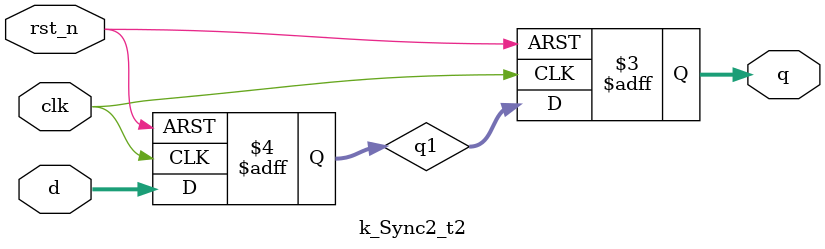
<source format=v>
module k_Sync2_t2 (q, d, clk, rst_n);
  parameter addr_size = 4;
  output reg [addr_size-1:0] q;
  input [addr_size-1:0]d;
  input clk, rst_n;

  reg [addr_size-1:0] q1;

  always @ (posedge clk or negedge rst_n) begin
      if (!rst_n) begin
          q1 <= 0;
          q <= 0;
      end else begin
          q1 <= d;
          q <= q1;
      end
  end
endmodule

</source>
